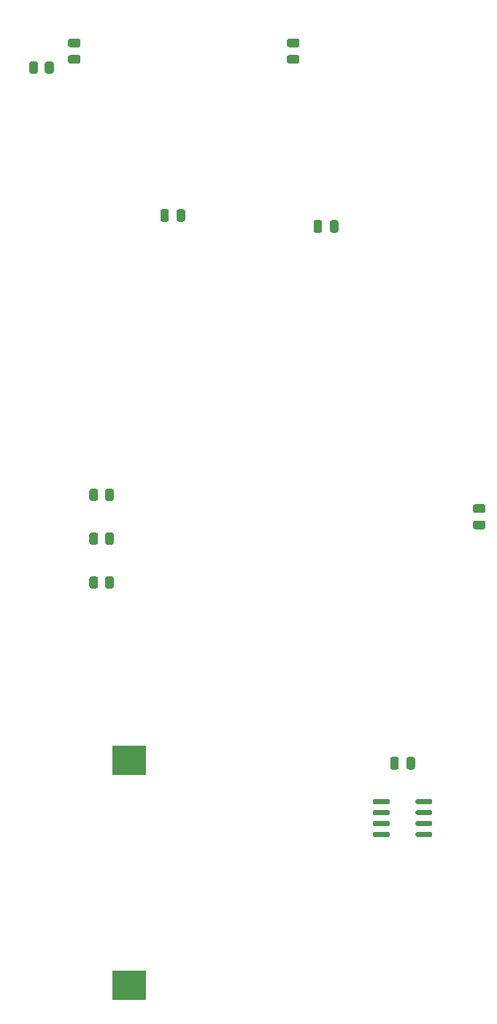
<source format=gtp>
%TF.GenerationSoftware,KiCad,Pcbnew,(5.1.10-1-10_14)*%
%TF.CreationDate,2023-03-27T22:29:06+08:00*%
%TF.ProjectId,GB_MemoryBackup_Mainboard,47425f4d-656d-46f7-9279-4261636b7570,1.4*%
%TF.SameCoordinates,Original*%
%TF.FileFunction,Paste,Top*%
%TF.FilePolarity,Positive*%
%FSLAX46Y46*%
G04 Gerber Fmt 4.6, Leading zero omitted, Abs format (unit mm)*
G04 Created by KiCad (PCBNEW (5.1.10-1-10_14)) date 2023-03-27 22:29:06*
%MOMM*%
%LPD*%
G01*
G04 APERTURE LIST*
%ADD10R,4.000000X3.400000*%
G04 APERTURE END LIST*
%TO.C,U5*%
G36*
G01*
X107545000Y-101750000D02*
X107545000Y-101450000D01*
G75*
G02*
X107695000Y-101300000I150000J0D01*
G01*
X109345000Y-101300000D01*
G75*
G02*
X109495000Y-101450000I0J-150000D01*
G01*
X109495000Y-101750000D01*
G75*
G02*
X109345000Y-101900000I-150000J0D01*
G01*
X107695000Y-101900000D01*
G75*
G02*
X107545000Y-101750000I0J150000D01*
G01*
G37*
G36*
G01*
X107545000Y-103020000D02*
X107545000Y-102720000D01*
G75*
G02*
X107695000Y-102570000I150000J0D01*
G01*
X109345000Y-102570000D01*
G75*
G02*
X109495000Y-102720000I0J-150000D01*
G01*
X109495000Y-103020000D01*
G75*
G02*
X109345000Y-103170000I-150000J0D01*
G01*
X107695000Y-103170000D01*
G75*
G02*
X107545000Y-103020000I0J150000D01*
G01*
G37*
G36*
G01*
X107545000Y-104290000D02*
X107545000Y-103990000D01*
G75*
G02*
X107695000Y-103840000I150000J0D01*
G01*
X109345000Y-103840000D01*
G75*
G02*
X109495000Y-103990000I0J-150000D01*
G01*
X109495000Y-104290000D01*
G75*
G02*
X109345000Y-104440000I-150000J0D01*
G01*
X107695000Y-104440000D01*
G75*
G02*
X107545000Y-104290000I0J150000D01*
G01*
G37*
G36*
G01*
X107545000Y-105560000D02*
X107545000Y-105260000D01*
G75*
G02*
X107695000Y-105110000I150000J0D01*
G01*
X109345000Y-105110000D01*
G75*
G02*
X109495000Y-105260000I0J-150000D01*
G01*
X109495000Y-105560000D01*
G75*
G02*
X109345000Y-105710000I-150000J0D01*
G01*
X107695000Y-105710000D01*
G75*
G02*
X107545000Y-105560000I0J150000D01*
G01*
G37*
G36*
G01*
X102595000Y-105560000D02*
X102595000Y-105260000D01*
G75*
G02*
X102745000Y-105110000I150000J0D01*
G01*
X104395000Y-105110000D01*
G75*
G02*
X104545000Y-105260000I0J-150000D01*
G01*
X104545000Y-105560000D01*
G75*
G02*
X104395000Y-105710000I-150000J0D01*
G01*
X102745000Y-105710000D01*
G75*
G02*
X102595000Y-105560000I0J150000D01*
G01*
G37*
G36*
G01*
X102595000Y-104290000D02*
X102595000Y-103990000D01*
G75*
G02*
X102745000Y-103840000I150000J0D01*
G01*
X104395000Y-103840000D01*
G75*
G02*
X104545000Y-103990000I0J-150000D01*
G01*
X104545000Y-104290000D01*
G75*
G02*
X104395000Y-104440000I-150000J0D01*
G01*
X102745000Y-104440000D01*
G75*
G02*
X102595000Y-104290000I0J150000D01*
G01*
G37*
G36*
G01*
X102595000Y-103020000D02*
X102595000Y-102720000D01*
G75*
G02*
X102745000Y-102570000I150000J0D01*
G01*
X104395000Y-102570000D01*
G75*
G02*
X104545000Y-102720000I0J-150000D01*
G01*
X104545000Y-103020000D01*
G75*
G02*
X104395000Y-103170000I-150000J0D01*
G01*
X102745000Y-103170000D01*
G75*
G02*
X102595000Y-103020000I0J150000D01*
G01*
G37*
G36*
G01*
X102595000Y-101750000D02*
X102595000Y-101450000D01*
G75*
G02*
X102745000Y-101300000I150000J0D01*
G01*
X104395000Y-101300000D01*
G75*
G02*
X104545000Y-101450000I0J-150000D01*
G01*
X104545000Y-101750000D01*
G75*
G02*
X104395000Y-101900000I-150000J0D01*
G01*
X102745000Y-101900000D01*
G75*
G02*
X102595000Y-101750000I0J150000D01*
G01*
G37*
%TD*%
%TO.C,C7*%
G36*
G01*
X96705000Y-34450000D02*
X96705000Y-35400000D01*
G75*
G02*
X96455000Y-35650000I-250000J0D01*
G01*
X95955000Y-35650000D01*
G75*
G02*
X95705000Y-35400000I0J250000D01*
G01*
X95705000Y-34450000D01*
G75*
G02*
X95955000Y-34200000I250000J0D01*
G01*
X96455000Y-34200000D01*
G75*
G02*
X96705000Y-34450000I0J-250000D01*
G01*
G37*
G36*
G01*
X98605000Y-34450000D02*
X98605000Y-35400000D01*
G75*
G02*
X98355000Y-35650000I-250000J0D01*
G01*
X97855000Y-35650000D01*
G75*
G02*
X97605000Y-35400000I0J250000D01*
G01*
X97605000Y-34450000D01*
G75*
G02*
X97855000Y-34200000I250000J0D01*
G01*
X98355000Y-34200000D01*
G75*
G02*
X98605000Y-34450000I0J-250000D01*
G01*
G37*
%TD*%
%TO.C,C5*%
G36*
G01*
X106495000Y-97630000D02*
X106495000Y-96680000D01*
G75*
G02*
X106745000Y-96430000I250000J0D01*
G01*
X107245000Y-96430000D01*
G75*
G02*
X107495000Y-96680000I0J-250000D01*
G01*
X107495000Y-97630000D01*
G75*
G02*
X107245000Y-97880000I-250000J0D01*
G01*
X106745000Y-97880000D01*
G75*
G02*
X106495000Y-97630000I0J250000D01*
G01*
G37*
G36*
G01*
X104595000Y-97630000D02*
X104595000Y-96680000D01*
G75*
G02*
X104845000Y-96430000I250000J0D01*
G01*
X105345000Y-96430000D01*
G75*
G02*
X105595000Y-96680000I0J-250000D01*
G01*
X105595000Y-97630000D01*
G75*
G02*
X105345000Y-97880000I-250000J0D01*
G01*
X104845000Y-97880000D01*
G75*
G02*
X104595000Y-97630000I0J250000D01*
G01*
G37*
%TD*%
%TO.C,C4*%
G36*
G01*
X115410000Y-68130000D02*
X114460000Y-68130000D01*
G75*
G02*
X114210000Y-67880000I0J250000D01*
G01*
X114210000Y-67380000D01*
G75*
G02*
X114460000Y-67130000I250000J0D01*
G01*
X115410000Y-67130000D01*
G75*
G02*
X115660000Y-67380000I0J-250000D01*
G01*
X115660000Y-67880000D01*
G75*
G02*
X115410000Y-68130000I-250000J0D01*
G01*
G37*
G36*
G01*
X115410000Y-70030000D02*
X114460000Y-70030000D01*
G75*
G02*
X114210000Y-69780000I0J250000D01*
G01*
X114210000Y-69280000D01*
G75*
G02*
X114460000Y-69030000I250000J0D01*
G01*
X115410000Y-69030000D01*
G75*
G02*
X115660000Y-69280000I0J-250000D01*
G01*
X115660000Y-69780000D01*
G75*
G02*
X115410000Y-70030000I-250000J0D01*
G01*
G37*
%TD*%
D10*
%TO.C,BT1*%
X74295000Y-96855000D03*
X74295000Y-122855000D03*
%TD*%
%TO.C,R13*%
G36*
G01*
X70720000Y-65589998D02*
X70720000Y-66490002D01*
G75*
G02*
X70470002Y-66740000I-249998J0D01*
G01*
X69944998Y-66740000D01*
G75*
G02*
X69695000Y-66490002I0J249998D01*
G01*
X69695000Y-65589998D01*
G75*
G02*
X69944998Y-65340000I249998J0D01*
G01*
X70470002Y-65340000D01*
G75*
G02*
X70720000Y-65589998I0J-249998D01*
G01*
G37*
G36*
G01*
X72545000Y-65589998D02*
X72545000Y-66490002D01*
G75*
G02*
X72295002Y-66740000I-249998J0D01*
G01*
X71769998Y-66740000D01*
G75*
G02*
X71520000Y-66490002I0J249998D01*
G01*
X71520000Y-65589998D01*
G75*
G02*
X71769998Y-65340000I249998J0D01*
G01*
X72295002Y-65340000D01*
G75*
G02*
X72545000Y-65589998I0J-249998D01*
G01*
G37*
%TD*%
%TO.C,R12*%
G36*
G01*
X70720000Y-75749998D02*
X70720000Y-76650002D01*
G75*
G02*
X70470002Y-76900000I-249998J0D01*
G01*
X69944998Y-76900000D01*
G75*
G02*
X69695000Y-76650002I0J249998D01*
G01*
X69695000Y-75749998D01*
G75*
G02*
X69944998Y-75500000I249998J0D01*
G01*
X70470002Y-75500000D01*
G75*
G02*
X70720000Y-75749998I0J-249998D01*
G01*
G37*
G36*
G01*
X72545000Y-75749998D02*
X72545000Y-76650002D01*
G75*
G02*
X72295002Y-76900000I-249998J0D01*
G01*
X71769998Y-76900000D01*
G75*
G02*
X71520000Y-76650002I0J249998D01*
G01*
X71520000Y-75749998D01*
G75*
G02*
X71769998Y-75500000I249998J0D01*
G01*
X72295002Y-75500000D01*
G75*
G02*
X72545000Y-75749998I0J-249998D01*
G01*
G37*
%TD*%
%TO.C,R11*%
G36*
G01*
X70720000Y-70669998D02*
X70720000Y-71570002D01*
G75*
G02*
X70470002Y-71820000I-249998J0D01*
G01*
X69944998Y-71820000D01*
G75*
G02*
X69695000Y-71570002I0J249998D01*
G01*
X69695000Y-70669998D01*
G75*
G02*
X69944998Y-70420000I249998J0D01*
G01*
X70470002Y-70420000D01*
G75*
G02*
X70720000Y-70669998I0J-249998D01*
G01*
G37*
G36*
G01*
X72545000Y-70669998D02*
X72545000Y-71570002D01*
G75*
G02*
X72295002Y-71820000I-249998J0D01*
G01*
X71769998Y-71820000D01*
G75*
G02*
X71520000Y-71570002I0J249998D01*
G01*
X71520000Y-70669998D01*
G75*
G02*
X71769998Y-70420000I249998J0D01*
G01*
X72295002Y-70420000D01*
G75*
G02*
X72545000Y-70669998I0J-249998D01*
G01*
G37*
%TD*%
%TO.C,R1*%
G36*
G01*
X64535000Y-16960002D02*
X64535000Y-16059998D01*
G75*
G02*
X64784998Y-15810000I249998J0D01*
G01*
X65310002Y-15810000D01*
G75*
G02*
X65560000Y-16059998I0J-249998D01*
G01*
X65560000Y-16960002D01*
G75*
G02*
X65310002Y-17210000I-249998J0D01*
G01*
X64784998Y-17210000D01*
G75*
G02*
X64535000Y-16960002I0J249998D01*
G01*
G37*
G36*
G01*
X62710000Y-16960002D02*
X62710000Y-16059998D01*
G75*
G02*
X62959998Y-15810000I249998J0D01*
G01*
X63485002Y-15810000D01*
G75*
G02*
X63735000Y-16059998I0J-249998D01*
G01*
X63735000Y-16960002D01*
G75*
G02*
X63485002Y-17210000I-249998J0D01*
G01*
X62959998Y-17210000D01*
G75*
G02*
X62710000Y-16960002I0J249998D01*
G01*
G37*
%TD*%
%TO.C,C3*%
G36*
G01*
X78925000Y-33180000D02*
X78925000Y-34130000D01*
G75*
G02*
X78675000Y-34380000I-250000J0D01*
G01*
X78175000Y-34380000D01*
G75*
G02*
X77925000Y-34130000I0J250000D01*
G01*
X77925000Y-33180000D01*
G75*
G02*
X78175000Y-32930000I250000J0D01*
G01*
X78675000Y-32930000D01*
G75*
G02*
X78925000Y-33180000I0J-250000D01*
G01*
G37*
G36*
G01*
X80825000Y-33180000D02*
X80825000Y-34130000D01*
G75*
G02*
X80575000Y-34380000I-250000J0D01*
G01*
X80075000Y-34380000D01*
G75*
G02*
X79825000Y-34130000I0J250000D01*
G01*
X79825000Y-33180000D01*
G75*
G02*
X80075000Y-32930000I250000J0D01*
G01*
X80575000Y-32930000D01*
G75*
G02*
X80825000Y-33180000I0J-250000D01*
G01*
G37*
%TD*%
%TO.C,C2*%
G36*
G01*
X68420000Y-14155000D02*
X67470000Y-14155000D01*
G75*
G02*
X67220000Y-13905000I0J250000D01*
G01*
X67220000Y-13405000D01*
G75*
G02*
X67470000Y-13155000I250000J0D01*
G01*
X68420000Y-13155000D01*
G75*
G02*
X68670000Y-13405000I0J-250000D01*
G01*
X68670000Y-13905000D01*
G75*
G02*
X68420000Y-14155000I-250000J0D01*
G01*
G37*
G36*
G01*
X68420000Y-16055000D02*
X67470000Y-16055000D01*
G75*
G02*
X67220000Y-15805000I0J250000D01*
G01*
X67220000Y-15305000D01*
G75*
G02*
X67470000Y-15055000I250000J0D01*
G01*
X68420000Y-15055000D01*
G75*
G02*
X68670000Y-15305000I0J-250000D01*
G01*
X68670000Y-15805000D01*
G75*
G02*
X68420000Y-16055000I-250000J0D01*
G01*
G37*
%TD*%
%TO.C,C1*%
G36*
G01*
X93820000Y-14155000D02*
X92870000Y-14155000D01*
G75*
G02*
X92620000Y-13905000I0J250000D01*
G01*
X92620000Y-13405000D01*
G75*
G02*
X92870000Y-13155000I250000J0D01*
G01*
X93820000Y-13155000D01*
G75*
G02*
X94070000Y-13405000I0J-250000D01*
G01*
X94070000Y-13905000D01*
G75*
G02*
X93820000Y-14155000I-250000J0D01*
G01*
G37*
G36*
G01*
X93820000Y-16055000D02*
X92870000Y-16055000D01*
G75*
G02*
X92620000Y-15805000I0J250000D01*
G01*
X92620000Y-15305000D01*
G75*
G02*
X92870000Y-15055000I250000J0D01*
G01*
X93820000Y-15055000D01*
G75*
G02*
X94070000Y-15305000I0J-250000D01*
G01*
X94070000Y-15805000D01*
G75*
G02*
X93820000Y-16055000I-250000J0D01*
G01*
G37*
%TD*%
M02*

</source>
